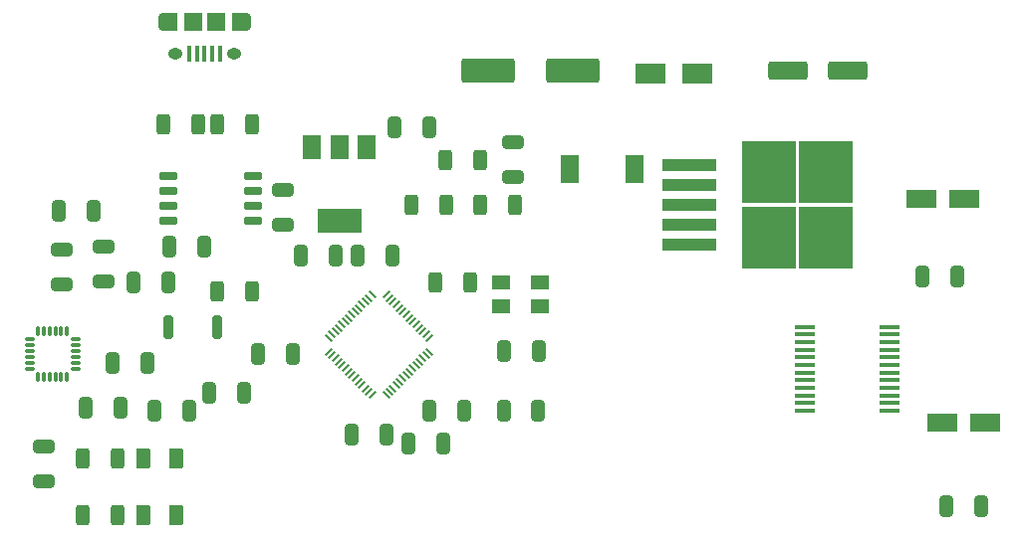
<source format=gbr>
%TF.GenerationSoftware,KiCad,Pcbnew,(6.0.5-0)*%
%TF.CreationDate,2022-06-13T17:31:05+02:00*%
%TF.ProjectId,Transportino,5472616e-7370-46f7-9274-696e6f2e6b69,v01*%
%TF.SameCoordinates,Original*%
%TF.FileFunction,Paste,Top*%
%TF.FilePolarity,Positive*%
%FSLAX46Y46*%
G04 Gerber Fmt 4.6, Leading zero omitted, Abs format (unit mm)*
G04 Created by KiCad (PCBNEW (6.0.5-0)) date 2022-06-13 17:31:05*
%MOMM*%
%LPD*%
G01*
G04 APERTURE LIST*
G04 Aperture macros list*
%AMRoundRect*
0 Rectangle with rounded corners*
0 $1 Rounding radius*
0 $2 $3 $4 $5 $6 $7 $8 $9 X,Y pos of 4 corners*
0 Add a 4 corners polygon primitive as box body*
4,1,4,$2,$3,$4,$5,$6,$7,$8,$9,$2,$3,0*
0 Add four circle primitives for the rounded corners*
1,1,$1+$1,$2,$3*
1,1,$1+$1,$4,$5*
1,1,$1+$1,$6,$7*
1,1,$1+$1,$8,$9*
0 Add four rect primitives between the rounded corners*
20,1,$1+$1,$2,$3,$4,$5,0*
20,1,$1+$1,$4,$5,$6,$7,0*
20,1,$1+$1,$6,$7,$8,$9,0*
20,1,$1+$1,$8,$9,$2,$3,0*%
%AMHorizOval*
0 Thick line with rounded ends*
0 $1 width*
0 $2 $3 position (X,Y) of the first rounded end (center of the circle)*
0 $4 $5 position (X,Y) of the second rounded end (center of the circle)*
0 Add line between two ends*
20,1,$1,$2,$3,$4,$5,0*
0 Add two circle primitives to create the rounded ends*
1,1,$1,$2,$3*
1,1,$1,$4,$5*%
G04 Aperture macros list end*
%ADD10RoundRect,0.250000X-0.325000X-0.650000X0.325000X-0.650000X0.325000X0.650000X-0.325000X0.650000X0*%
%ADD11RoundRect,0.250000X0.312500X0.625000X-0.312500X0.625000X-0.312500X-0.625000X0.312500X-0.625000X0*%
%ADD12R,1.600000X1.300000*%
%ADD13R,1.500000X2.400000*%
%ADD14RoundRect,0.250000X0.650000X-0.325000X0.650000X0.325000X-0.650000X0.325000X-0.650000X-0.325000X0*%
%ADD15RoundRect,0.250000X-1.050000X-0.550000X1.050000X-0.550000X1.050000X0.550000X-1.050000X0.550000X0*%
%ADD16RoundRect,0.200000X-0.200000X-0.800000X0.200000X-0.800000X0.200000X0.800000X-0.200000X0.800000X0*%
%ADD17RoundRect,0.250000X-0.312500X-0.625000X0.312500X-0.625000X0.312500X0.625000X-0.312500X0.625000X0*%
%ADD18RoundRect,0.250000X-0.650000X0.325000X-0.650000X-0.325000X0.650000X-0.325000X0.650000X0.325000X0*%
%ADD19R,4.550000X5.250000*%
%ADD20R,4.600000X1.100000*%
%ADD21RoundRect,0.250000X0.325000X0.650000X-0.325000X0.650000X-0.325000X-0.650000X0.325000X-0.650000X0*%
%ADD22RoundRect,0.075000X-0.350000X-0.075000X0.350000X-0.075000X0.350000X0.075000X-0.350000X0.075000X0*%
%ADD23RoundRect,0.075000X0.075000X-0.350000X0.075000X0.350000X-0.075000X0.350000X-0.075000X-0.350000X0*%
%ADD24R,2.500000X1.800000*%
%ADD25RoundRect,0.250000X-1.412500X-0.550000X1.412500X-0.550000X1.412500X0.550000X-1.412500X0.550000X0*%
%ADD26RoundRect,0.250000X-0.375000X-0.625000X0.375000X-0.625000X0.375000X0.625000X-0.375000X0.625000X0*%
%ADD27RoundRect,0.150000X0.650000X0.150000X-0.650000X0.150000X-0.650000X-0.150000X0.650000X-0.150000X0*%
%ADD28R,1.500000X2.000000*%
%ADD29R,3.800000X2.000000*%
%ADD30R,1.750000X0.450000*%
%ADD31HorizOval,0.200000X0.238649X0.238649X-0.238649X-0.238649X0*%
%ADD32HorizOval,0.200000X-0.238649X0.238649X0.238649X-0.238649X0*%
%ADD33RoundRect,0.250001X-1.999999X-0.799999X1.999999X-0.799999X1.999999X0.799999X-1.999999X0.799999X0*%
%ADD34O,1.250000X0.950000*%
%ADD35O,0.890000X1.550000*%
%ADD36R,0.400000X1.350000*%
%ADD37R,1.500000X1.550000*%
%ADD38R,1.200000X1.550000*%
G04 APERTURE END LIST*
D10*
%TO.C,C8*%
X150671000Y-81026000D03*
X153621000Y-81026000D03*
%TD*%
D11*
%TO.C,R6*%
X135066500Y-98298000D03*
X132141500Y-98298000D03*
%TD*%
D12*
%TO.C,Y1*%
X167642000Y-85344000D03*
X170942000Y-85344000D03*
X170942000Y-83344000D03*
X167642000Y-83344000D03*
%TD*%
D13*
%TO.C,L1*%
X179026000Y-73660000D03*
X173526000Y-73660000D03*
%TD*%
D10*
%TO.C,C4*%
X203503000Y-82804000D03*
X206453000Y-82804000D03*
%TD*%
%TO.C,C9*%
X154989000Y-96266000D03*
X157939000Y-96266000D03*
%TD*%
%TO.C,C19*%
X139495000Y-80264000D03*
X142445000Y-80264000D03*
%TD*%
D11*
%TO.C,R5*%
X135066500Y-103124000D03*
X132141500Y-103124000D03*
%TD*%
%TO.C,R9*%
X168848500Y-76708000D03*
X165923500Y-76708000D03*
%TD*%
D10*
%TO.C,C17*%
X167943000Y-89154000D03*
X170893000Y-89154000D03*
%TD*%
D14*
%TO.C,C26*%
X130302000Y-83517000D03*
X130302000Y-80567000D03*
%TD*%
D10*
%TO.C,C11*%
X134669000Y-90170000D03*
X137619000Y-90170000D03*
%TD*%
D15*
%TO.C,C3*%
X205210000Y-95250000D03*
X208810000Y-95250000D03*
%TD*%
D10*
%TO.C,C25*%
X158594000Y-70104000D03*
X161544000Y-70104000D03*
%TD*%
D16*
%TO.C,SW1*%
X139378000Y-87122000D03*
X143578000Y-87122000D03*
%TD*%
D17*
%TO.C,R4*%
X143571500Y-84074000D03*
X146496500Y-84074000D03*
%TD*%
D18*
%TO.C,C22*%
X168656000Y-71423000D03*
X168656000Y-74373000D03*
%TD*%
D14*
%TO.C,C23*%
X133858000Y-83263000D03*
X133858000Y-80313000D03*
%TD*%
D19*
%TO.C,U5*%
X190434000Y-79483000D03*
X195284000Y-73933000D03*
X195284000Y-79483000D03*
X190434000Y-73933000D03*
D20*
X183709000Y-73308000D03*
X183709000Y-75008000D03*
X183709000Y-76708000D03*
X183709000Y-78408000D03*
X183709000Y-80108000D03*
%TD*%
D21*
%TO.C,C10*%
X164543000Y-94234000D03*
X161593000Y-94234000D03*
%TD*%
D22*
%TO.C,U4*%
X127590000Y-88158000D03*
X127590000Y-88658000D03*
X127590000Y-89158000D03*
X127590000Y-89658000D03*
X127590000Y-90158000D03*
X127590000Y-90658000D03*
D23*
X128290000Y-91358000D03*
X128790000Y-91358000D03*
X129290000Y-91358000D03*
X129790000Y-91358000D03*
X130290000Y-91358000D03*
X130790000Y-91358000D03*
D22*
X131490000Y-90658000D03*
X131490000Y-90158000D03*
X131490000Y-89658000D03*
X131490000Y-89158000D03*
X131490000Y-88658000D03*
X131490000Y-88158000D03*
D23*
X130790000Y-87458000D03*
X130290000Y-87458000D03*
X129790000Y-87458000D03*
X129290000Y-87458000D03*
X128790000Y-87458000D03*
X128290000Y-87458000D03*
%TD*%
D14*
%TO.C,C7*%
X149098000Y-78437000D03*
X149098000Y-75487000D03*
%TD*%
D11*
%TO.C,R8*%
X163006500Y-76708000D03*
X160081500Y-76708000D03*
%TD*%
D10*
%TO.C,C14*%
X147005557Y-89399521D03*
X149955557Y-89399521D03*
%TD*%
D17*
%TO.C,R1*%
X138999500Y-69850000D03*
X141924500Y-69850000D03*
%TD*%
D24*
%TO.C,D3*%
X180372000Y-65532000D03*
X184372000Y-65532000D03*
%TD*%
D14*
%TO.C,C24*%
X128778000Y-100281000D03*
X128778000Y-97331000D03*
%TD*%
D10*
%TO.C,C2*%
X205535000Y-102362000D03*
X208485000Y-102362000D03*
%TD*%
%TO.C,C16*%
X142892641Y-92723170D03*
X145842641Y-92723170D03*
%TD*%
D25*
%TO.C,C21*%
X192026500Y-65278000D03*
X197101500Y-65278000D03*
%TD*%
D10*
%TO.C,C5*%
X138225000Y-94234000D03*
X141175000Y-94234000D03*
%TD*%
D26*
%TO.C,D1*%
X137284000Y-103124000D03*
X140084000Y-103124000D03*
%TD*%
D27*
%TO.C,U3*%
X146602000Y-78105000D03*
X146602000Y-76835000D03*
X146602000Y-75565000D03*
X146602000Y-74295000D03*
X139402000Y-74295000D03*
X139402000Y-75565000D03*
X139402000Y-76835000D03*
X139402000Y-78105000D03*
%TD*%
D28*
%TO.C,U6*%
X156224000Y-71780000D03*
D29*
X153924000Y-78080000D03*
D28*
X153924000Y-71780000D03*
X151624000Y-71780000D03*
%TD*%
D30*
%TO.C,U2*%
X193504000Y-87103000D03*
X193504000Y-87753000D03*
X193504000Y-88403000D03*
X193504000Y-89053000D03*
X193504000Y-89703000D03*
X193504000Y-90353000D03*
X193504000Y-91003000D03*
X193504000Y-91653000D03*
X193504000Y-92303000D03*
X193504000Y-92953000D03*
X193504000Y-93603000D03*
X193504000Y-94253000D03*
X200704000Y-94253000D03*
X200704000Y-93603000D03*
X200704000Y-92953000D03*
X200704000Y-92303000D03*
X200704000Y-91653000D03*
X200704000Y-91003000D03*
X200704000Y-90353000D03*
X200704000Y-89703000D03*
X200704000Y-89053000D03*
X200704000Y-88403000D03*
X200704000Y-87753000D03*
X200704000Y-87103000D03*
%TD*%
D10*
%TO.C,C1*%
X159815000Y-97028000D03*
X162765000Y-97028000D03*
%TD*%
%TO.C,C15*%
X136447000Y-83312000D03*
X139397000Y-83312000D03*
%TD*%
D31*
%TO.C,U1*%
X153037787Y-89238202D03*
X153320630Y-89521045D03*
X153603472Y-89803887D03*
X153886315Y-90086730D03*
X154169158Y-90369573D03*
X154452000Y-90652415D03*
X154734843Y-90935258D03*
X155017686Y-91218101D03*
X155300529Y-91500944D03*
X155583371Y-91783786D03*
X155866214Y-92066629D03*
X156149057Y-92349472D03*
X156431899Y-92632314D03*
X156714742Y-92915157D03*
D32*
X157899146Y-92915157D03*
X158181989Y-92632314D03*
X158464831Y-92349472D03*
X158747674Y-92066629D03*
X159030517Y-91783786D03*
X159313359Y-91500944D03*
X159596202Y-91218101D03*
X159879045Y-90935258D03*
X160161888Y-90652415D03*
X160444730Y-90369573D03*
X160727573Y-90086730D03*
X161010416Y-89803887D03*
X161293258Y-89521045D03*
X161576101Y-89238202D03*
D31*
X161576101Y-88053798D03*
X161293258Y-87770955D03*
X161010416Y-87488113D03*
X160727573Y-87205270D03*
X160444730Y-86922427D03*
X160161888Y-86639585D03*
X159879045Y-86356742D03*
X159596202Y-86073899D03*
X159313359Y-85791056D03*
X159030517Y-85508214D03*
X158747674Y-85225371D03*
X158464831Y-84942528D03*
X158181989Y-84659686D03*
X157899146Y-84376843D03*
D32*
X156714742Y-84376843D03*
X156431899Y-84659686D03*
X156149057Y-84942528D03*
X155866214Y-85225371D03*
X155583371Y-85508214D03*
X155300529Y-85791056D03*
X155017686Y-86073899D03*
X154734843Y-86356742D03*
X154452000Y-86639585D03*
X154169158Y-86922427D03*
X153886315Y-87205270D03*
X153603472Y-87488113D03*
X153320630Y-87770955D03*
X153037787Y-88053798D03*
%TD*%
D26*
%TO.C,D2*%
X137284000Y-98298000D03*
X140084000Y-98298000D03*
%TD*%
D33*
%TO.C,C27*%
X166580000Y-65278000D03*
X173780000Y-65278000D03*
%TD*%
D10*
%TO.C,C18*%
X167894000Y-94234000D03*
X170844000Y-94234000D03*
%TD*%
D15*
%TO.C,C6*%
X203432000Y-76200000D03*
X207032000Y-76200000D03*
%TD*%
D21*
%TO.C,C20*%
X133047000Y-77216000D03*
X130097000Y-77216000D03*
%TD*%
D10*
%TO.C,C13*%
X132383000Y-93980000D03*
X135333000Y-93980000D03*
%TD*%
D11*
%TO.C,R2*%
X146496500Y-69850000D03*
X143571500Y-69850000D03*
%TD*%
D17*
%TO.C,R7*%
X162937000Y-72898000D03*
X165862000Y-72898000D03*
%TD*%
%TO.C,R3*%
X162113500Y-83312000D03*
X165038500Y-83312000D03*
%TD*%
D21*
%TO.C,C12*%
X158447000Y-81026000D03*
X155497000Y-81026000D03*
%TD*%
D34*
%TO.C,J5*%
X139989229Y-63844597D03*
D35*
X138989229Y-61144597D03*
D34*
X144989229Y-63844597D03*
D35*
X145989229Y-61144597D03*
D36*
X143789229Y-63844597D03*
X143139229Y-63844597D03*
X142489229Y-63844597D03*
X141839229Y-63844597D03*
X141189229Y-63844597D03*
D37*
X141489229Y-61144597D03*
D38*
X145389229Y-61144597D03*
X139589229Y-61144597D03*
D37*
X143489229Y-61144597D03*
%TD*%
M02*

</source>
